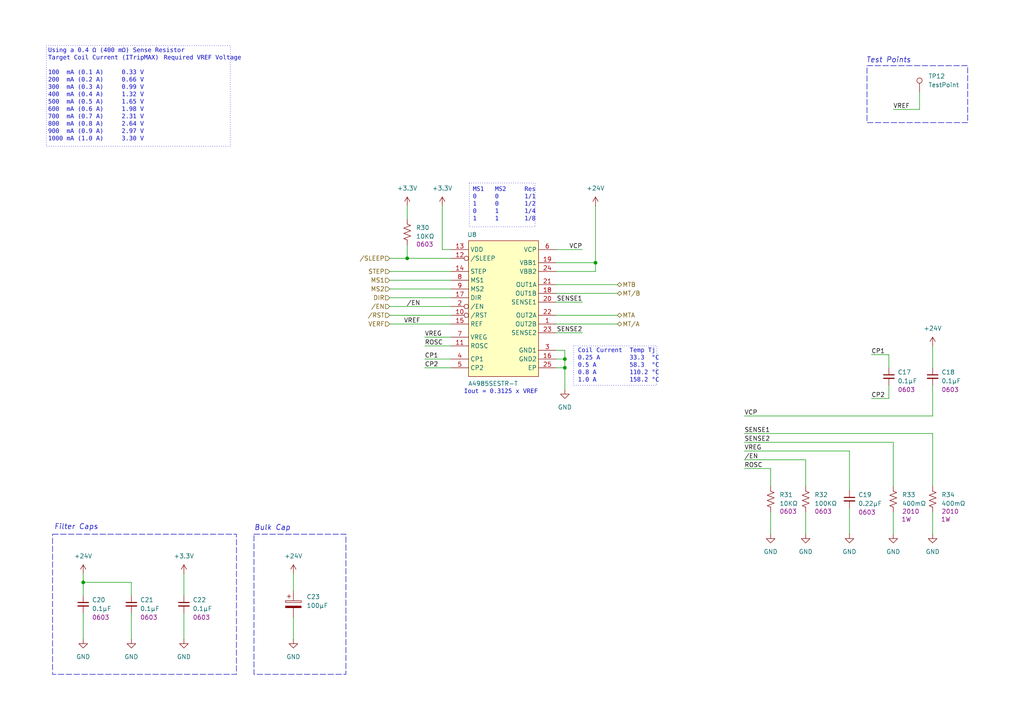
<source format=kicad_sch>
(kicad_sch (version 20250114) (generator "eeschema") (generator_version "9.0")
  (paper "A4")
  (title_block (title "Lark Print Engine") (date "2025-10-08") (rev "01.00.01") (comment 1 "Thermal Print Engine") (comment 2 "Designer: HamSlices") (comment 3 "The Lark Project"))
  (lib_symbols
    (symbol "Allegro MicroSystems:A4985SESTR-T"
      (property "Reference" "U" (at -9.652 21.59 0))
      (property "Value" "A4985SESTR-T" (at -3.302 -20.32 0))
      (symbol "A4985SESTR-T_1_1"
        (rectangle (start -10.16 20.32) (end 10.16 -19.05) (fill (type background)))
        (pin power_in line (at -15.24 17.78 0) (length 5.08) (name "VDD") (number "13"))
        (pin input inverted (at -15.24 15.24 0) (length 5.08) (name "/SLEEP") (number "12"))
        (pin input line (at -15.24 11.43 0) (length 5.08) (name "STEP") (number "14"))
        (pin input line (at -15.24 8.89 0) (length 5.08) (name "MS1") (number "8"))
        (pin input line (at -15.24 6.35 0) (length 5.08) (name "MS2") (number "9"))
        (pin input line (at -15.24 3.81 0) (length 5.08) (name "DIR") (number "17"))
        (pin input inverted (at -15.24 1.27 0) (length 5.08) (name "/EN") (number "2"))
        (pin input inverted (at -15.24 -1.27 0) (length 5.08) (name "/RST") (number "10"))
        (pin input line (at -15.24 -3.81 0) (length 5.08) (name "REF") (number "15"))
        (pin passive line (at -15.24 -7.62 0) (length 5.08) (name "VREG") (number "7"))
        (pin passive line (at -15.24 -10.16 0) (length 5.08) (name "ROSC") (number "11"))
        (pin passive line (at -15.24 -13.97 0) (length 5.08) (name "CP1") (number "4"))
        (pin passive line (at -15.24 -16.51 0) (length 5.08) (name "CP2") (number "5"))
        (pin passive line (at 15.24 17.78 180) (length 5.08) (name "VCP") (number "6"))
        (pin power_in line (at 15.24 13.97 180) (length 5.08) (name "VBB1") (number "19"))
        (pin power_in line (at 15.24 11.43 180) (length 5.08) (name "VBB2") (number "24"))
        (pin bidirectional line (at 15.24 7.62 180) (length 5.08) (name "OUT1A") (number "21"))
        (pin bidirectional line (at 15.24 5.08 180) (length 5.08) (name "OUT1B") (number "18"))
        (pin passive line (at 15.24 2.54 180) (length 5.08) (name "SENSE1") (number "20"))
        (pin bidirectional line (at 15.24 -1.27 180) (length 5.08) (name "OUT2A") (number "22"))
        (pin bidirectional line (at 15.24 -3.81 180) (length 5.08) (name "OUT2B") (number "1"))
        (pin passive line (at 15.24 -6.35 180) (length 5.08) (name "SENSE2") (number "23"))
        (pin power_in line (at 15.24 -11.43 180) (length 5.08) (name "GND1") (number "3"))
        (pin power_in line (at 15.24 -13.97 180) (length 5.08) (name "GND2") (number "16"))
        (pin power_in line (at 15.24 -16.51 180) (length 5.08) (name "EP") (number "25"))
      )
    )
    (symbol "Connector:TestPoint" (pin_numbers (hide yes)) (pin_names (offset 0.762) (hide yes))
      (property "Reference" "TP" (at 0 6.858 0))
      (property "Value" "TestPoint" (at 0 5.08 0))
      (symbol "TestPoint_0_1"
        (circle (center 0 3.302) (radius 0.762))
      )
      (symbol "TestPoint_1_1"
        (pin passive line (at 0 0 90) (length 2.54) (name "1") (number "1"))
      )
    )
    (symbol "Murata Electronics:Capacitor" (pin_numbers (hide yes)) (pin_names (offset 0.254) (hide yes))
      (property "Reference" "C" (at 0.254 1.778 0))
      (property "Value" "Capacitor" (at 0.254 -2.032 0))
      (symbol "Capacitor_0_1"
        (polyline (pts (xy -1.524 0.508) (xy 1.524 0.508)) (stroke (width 0.3048)))
        (polyline (pts (xy -1.524 -0.508) (xy 1.524 -0.508)) (stroke (width 0.3302)))
      )
      (symbol "Capacitor_1_1"
        (pin passive line (at 0 2.54 270) (length 2.032) (name "~") (number "1"))
        (pin passive line (at 0 -2.54 90) (length 2.032) (name "~") (number "2"))
      )
    )
    (symbol "Panasonic Electronic Components:ECA-1VM101" (pin_numbers (hide yes)) (pin_names (offset 0.254))
      (property "Reference" "C" (at 0.635 2.54 0))
      (property "Value" "100 µF" (at 0.635 -2.54 0))
      (symbol "ECA-1VM101_0_1"
        (rectangle (start -2.286 0.508) (end 2.286 1.016))
        (polyline (pts (xy -1.778 2.286) (xy -0.762 2.286)))
        (polyline (pts (xy -1.27 2.794) (xy -1.27 1.778)))
        (rectangle (start 2.286 -0.508) (end -2.286 -1.016) (fill (type outline)))
      )
      (symbol "ECA-1VM101_1_1"
        (pin passive line (at 0 3.81 270) (length 2.794) (name "~") (number "1"))
        (pin passive line (at 0 -3.81 90) (length 2.794) (name "~") (number "2"))
      )
    )
    (symbol "Stackpole:Resistor" (pin_numbers (hide yes)) (pin_names (offset 0))
      (property "Reference" "R" (at 2.54 0 90))
      (property "Value" "Resistor" (at -2.54 0 90))
      (symbol "Resistor_0_1"
        (polyline (pts (xy 0 2.286) (xy 0 2.54)))
        (polyline (pts (xy 0 2.286) (xy 1.016 1.905) (xy 0 1.524) (xy -1.016 1.143) (xy 0 0.762)))
        (polyline (pts (xy 0 0.762) (xy 1.016 0.381) (xy 0 0) (xy -1.016 -0.381) (xy 0 -0.762)))
        (polyline (pts (xy 0 -0.762) (xy 1.016 -1.143) (xy 0 -1.524) (xy -1.016 -1.905) (xy 0 -2.286)))
        (polyline (pts (xy 0 -2.286) (xy 0 -2.54)))
      )
      (symbol "Resistor_1_1"
        (pin passive line (at 0 3.81 270) (length 1.27) (name "~") (number "1"))
        (pin passive line (at 0 -3.81 90) (length 1.27) (name "~") (number "2"))
      )
    )
    (symbol "power:+24V" (power) (pin_numbers (hide yes)) (pin_names (offset 0) (hide yes))
      (property "Value" "+24V" (at 0 3.556 0))
      (symbol "+24V_0_1"
        (polyline (pts (xy -0.762 1.27) (xy 0 2.54)))
        (polyline (pts (xy 0 2.54) (xy 0.762 1.27)))
        (polyline (pts (xy 0 0) (xy 0 2.54)))
      )
      (symbol "+24V_1_1"
        (pin power_in line (at 0 0 90) (length 0) (name "~") (number "1"))
      )
    )
    (symbol "power:+3.3V" (power) (pin_numbers (hide yes)) (pin_names (offset 0) (hide yes))
      (property "Value" "+3.3V" (at 0 3.556 0))
      (symbol "+3.3V_0_1"
        (polyline (pts (xy -0.762 1.27) (xy 0 2.54)))
        (polyline (pts (xy 0 2.54) (xy 0.762 1.27)))
        (polyline (pts (xy 0 0) (xy 0 2.54)))
      )
      (symbol "+3.3V_1_1"
        (pin power_in line (at 0 0 90) (length 0) (name "~") (number "1"))
      )
    )
    (symbol "power:GND" (power) (pin_numbers (hide yes)) (pin_names (offset 0) (hide yes))
      (property "Value" "GND" (at 0 -3.81 0))
      (symbol "GND_0_1"
        (polyline (pts (xy 0 0) (xy 0 -1.27) (xy 1.27 -1.27) (xy 0 -2.54) (xy -1.27 -1.27) (xy 0 -1.27)))
      )
      (symbol "GND_1_1"
        (pin power_in line (at 0 0 270) (length 0) (name "~") (number "1"))
      )
    )
  )
  (rectangle (start 73.66 154.94) (end 100.33 195.58) (stroke (width 0) (type dash)))
  (rectangle (start 251.46 19.05) (end 280.67 35.56) (stroke (width 0) (type dash)))
  (rectangle (start 166.37 100.33) (end 190.5 111.76) (stroke (width 0) (type dot)))
  (rectangle (start 136.144 53.086) (end 155.194 65.786) (stroke (width 0) (type dot)))
  (rectangle (start 15.24 154.94) (end 68.58 195.58) (stroke (width 0) (type dash)))
  (rectangle (start 13.462 13.208) (end 66.802 42.418) (stroke (width 0) (type dot)))
  (text "MS1   MS2     Res\n0     0       1/1\n1     0       1/2\n0     1       1/4\n1     1       1/8" (at 137.16 59.69 0) (effects (font (size 1.27 1.27)) (justify left)))
  (text "Filter Caps" (at 22.098 152.908 0) (effects (font (size 1.524 1.524) (italic yes))))
  (text "Bulk Cap" (at 78.994 153.162 0) (effects (font (size 1.524 1.524) (italic yes))))
  (text "Coil Current  Temp Tj\n0.25 A        33.3  °C\n0.5 A         58.3  °C\n0.8 A         110.2 °C\n1.0 A         158.2 °C" (at 167.64 106.426 0) (effects (font (size 1.27 1.27)) (justify left)))
  (text "Test Points" (at 251.206 17.526 0) (effects (font (size 1.524 1.524) (italic yes)) (justify left)))
  (text "Iout = 0.3125 x VREF" (at 145.288 114.046 0) (effects (font (size 1.27 1.27))))
  (text "Using a 0.4 Ω (400 mΩ) Sense Resistor\nTarget Coil Current (ITripMAX)	Required VREF Voltage\n\n100  mA (0.1 A)		0.33 V\n200  mA (0.2 A)		0.66 V\n300  mA (0.3 A)		0.99 V\n400  mA (0.4 A)		1.32 V\n500  mA (0.5 A)		1.65 V\n600  mA (0.6 A)		1.98 V\n700  mA (0.7 A)		2.31 V\n800  mA (0.8 A)		2.64 V\n900  mA (0.9 A)		2.97 V\n1000 mA (1.0 A)		3.30 V\n" (at 13.97 27.94 0) (effects (font (size 1.27 1.27)) (justify left)))
  (junction (at 172.72 76.2))
  (junction (at 118.11 74.93))
  (junction (at 163.83 104.14))
  (junction (at 24.13 168.91))
  (junction (at 163.83 106.68))
  (wire (pts (xy 270.51 148.59) (xy 270.51 154.94)))
  (wire (pts (xy 24.13 166.37) (xy 24.13 168.91)))
  (wire (pts (xy 163.83 106.68) (xy 163.83 113.03)))
  (wire (pts (xy 252.73 115.57) (xy 257.81 115.57)))
  (wire (pts (xy 161.29 85.09) (xy 179.07 85.09)))
  (wire (pts (xy 163.83 101.6) (xy 163.83 104.14)))
  (wire (pts (xy 123.19 97.79) (xy 130.81 97.79)))
  (wire (pts (xy 113.03 78.74) (xy 130.81 78.74)))
  (wire (pts (xy 161.29 96.52) (xy 168.91 96.52)))
  (wire (pts (xy 85.09 179.07) (xy 85.09 185.42)))
  (wire (pts (xy 161.29 106.68) (xy 163.83 106.68)))
  (wire (pts (xy 246.38 147.32) (xy 246.38 154.94)))
  (wire (pts (xy 24.13 168.91) (xy 24.13 172.72)))
  (wire (pts (xy 172.72 59.69) (xy 172.72 76.2)))
  (wire (pts (xy 257.81 115.57) (xy 257.81 111.76)))
  (wire (pts (xy 161.29 82.55) (xy 179.07 82.55)))
  (wire (pts (xy 53.34 177.8) (xy 53.34 185.42)))
  (wire (pts (xy 161.29 104.14) (xy 163.83 104.14)))
  (wire (pts (xy 123.19 100.33) (xy 130.81 100.33)))
  (wire (pts (xy 113.03 74.93) (xy 118.11 74.93)))
  (wire (pts (xy 259.08 140.97) (xy 259.08 128.27)))
  (wire (pts (xy 161.29 93.98) (xy 179.07 93.98)))
  (wire (pts (xy 223.52 140.97) (xy 223.52 135.89)))
  (wire (pts (xy 113.03 88.9) (xy 130.81 88.9)))
  (wire (pts (xy 270.51 140.97) (xy 270.51 125.73)))
  (wire (pts (xy 161.29 78.74) (xy 172.72 78.74)))
  (wire (pts (xy 215.9 128.27) (xy 259.08 128.27)))
  (wire (pts (xy 172.72 78.74) (xy 172.72 76.2)))
  (wire (pts (xy 215.9 130.81) (xy 246.38 130.81)))
  (wire (pts (xy 161.29 101.6) (xy 163.83 101.6)))
  (wire (pts (xy 113.03 93.98) (xy 130.81 93.98)))
  (wire (pts (xy 118.11 59.69) (xy 118.11 63.5)))
  (wire (pts (xy 113.03 81.28) (xy 130.81 81.28)))
  (wire (pts (xy 38.1 177.8) (xy 38.1 185.42)))
  (wire (pts (xy 85.09 166.37) (xy 85.09 171.45)))
  (wire (pts (xy 252.73 102.87) (xy 257.81 102.87)))
  (wire (pts (xy 113.03 91.44) (xy 130.81 91.44)))
  (wire (pts (xy 266.7 26.67) (xy 266.7 31.75)))
  (wire (pts (xy 24.13 168.91) (xy 38.1 168.91)))
  (wire (pts (xy 215.9 125.73) (xy 270.51 125.73)))
  (wire (pts (xy 38.1 172.72) (xy 38.1 168.91)))
  (wire (pts (xy 259.08 148.59) (xy 259.08 154.94)))
  (wire (pts (xy 215.9 133.35) (xy 233.68 133.35)))
  (wire (pts (xy 215.9 120.65) (xy 270.51 120.65)))
  (wire (pts (xy 257.81 102.87) (xy 257.81 106.68)))
  (wire (pts (xy 128.27 59.69) (xy 128.27 72.39)))
  (wire (pts (xy 113.03 83.82) (xy 130.81 83.82)))
  (wire (pts (xy 123.19 106.68) (xy 130.81 106.68)))
  (wire (pts (xy 233.68 140.97) (xy 233.68 133.35)))
  (wire (pts (xy 118.11 74.93) (xy 130.81 74.93)))
  (wire (pts (xy 161.29 87.63) (xy 168.91 87.63)))
  (wire (pts (xy 128.27 72.39) (xy 130.81 72.39)))
  (wire (pts (xy 246.38 142.24) (xy 246.38 130.81)))
  (wire (pts (xy 113.03 86.36) (xy 130.81 86.36)))
  (wire (pts (xy 215.9 135.89) (xy 223.52 135.89)))
  (wire (pts (xy 123.19 104.14) (xy 130.81 104.14)))
  (wire (pts (xy 163.83 104.14) (xy 163.83 106.68)))
  (wire (pts (xy 223.52 148.59) (xy 223.52 154.94)))
  (wire (pts (xy 259.08 31.75) (xy 266.7 31.75)))
  (wire (pts (xy 161.29 72.39) (xy 168.91 72.39)))
  (wire (pts (xy 53.34 166.37) (xy 53.34 172.72)))
  (wire (pts (xy 270.51 100.33) (xy 270.51 106.68)))
  (wire (pts (xy 161.29 76.2) (xy 172.72 76.2)))
  (wire (pts (xy 161.29 91.44) (xy 179.07 91.44)))
  (wire (pts (xy 24.13 177.8) (xy 24.13 185.42)))
  (wire (pts (xy 270.51 111.76) (xy 270.51 120.65)))
  (wire (pts (xy 118.11 71.12) (xy 118.11 74.93)))
  (wire (pts (xy 233.68 148.59) (xy 233.68 154.94)))
  (label "VREG" (at 123.19 97.79 0))
  (label "CP1" (at 252.73 102.87 0))
  (label "SENSE2" (at 215.9 128.27 0))
  (label "{slash}EN" (at 215.9 133.35 0))
  (label "SENSE1" (at 168.91 87.63 180))
  (label "VCP" (at 215.9 120.65 0))
  (label "CP2" (at 123.19 106.68 0))
  (label "CP2" (at 252.73 115.57 0))
  (label "VREG" (at 215.9 130.81 0))
  (label "SENSE1" (at 215.9 125.73 0))
  (label "VREF" (at 259.08 31.75 0))
  (label "ROSC" (at 123.19 100.33 0))
  (label "SENSE2" (at 168.91 96.52 180))
  (label "CP1" (at 123.19 104.14 0))
  (label "VREF" (at 121.92 93.98 180))
  (label "ROSC" (at 215.9 135.89 0))
  (label "VCP" (at 168.91 72.39 180))
  (label "{slash}EN" (at 121.92 88.9 180))
  (hierarchical_label "MTB" (shape bidirectional) (at 179.07 82.55 0))
  (hierarchical_label "STEP" (shape input) (at 113.03 78.74 180))
  (hierarchical_label "MTA" (shape bidirectional) (at 179.07 91.44 0))
  (hierarchical_label "{slash}SLEEP" (shape input) (at 113.03 74.93 180))
  (hierarchical_label "DIR" (shape input) (at 113.03 86.36 180))
  (hierarchical_label "{slash}RST" (shape input) (at 113.03 91.44 180))
  (hierarchical_label "MT{slash}B" (shape bidirectional) (at 179.07 85.09 0))
  (hierarchical_label "MT{slash}A" (shape bidirectional) (at 179.07 93.98 0))
  (hierarchical_label "MS1" (shape input) (at 113.03 81.28 180))
  (hierarchical_label "{slash}EN" (shape input) (at 113.03 88.9 180))
  (hierarchical_label "VERF" (shape input) (at 113.03 93.98 180))
  (hierarchical_label "MS2" (shape input) (at 113.03 83.82 180))
  (symbol (lib_id "Murata Electronics:Capacitor") (at 246.38 144.78 0) (unit 1)
    (property "Reference" "C19" (at 248.92 143.5162 0) (effects (justify left)))
    (property "Value" "0.22µF" (at 248.92 146.0562 0) (effects (justify left)))
    (property "Footprint" "Murata Electronics:C_0603" (effects (hide yes)))
    (property "Description" "Unpolarized capacitor, small symbol" (effects (hide yes)))
    (property "Case" "0603" (at 251.46 148.59 0))
    (property "MPN" "GRM188R71H224KAC4D" (effects (hide yes)))
  )
  (symbol (lib_id "power:+24V") (at 172.72 59.69 0) (unit 1)
    (property "Reference" "#PWR077" (effects (hide yes)))
    (property "Value" "+24V" (at 172.72 54.61 0))
    (property "Description" "Power symbol creates a global label with name \"+24V\"" (effects (hide yes)))
  )
  (symbol (lib_id "Stackpole:Resistor") (at 118.11 67.31 0) (unit 1)
    (property "Reference" "R30" (at 120.65 66.0399 0) (effects (justify left)))
    (property "Value" "10KΩ" (at 120.65 68.5799 0) (effects (justify left)))
    (property "Footprint" "Stackpole:R_0603" (effects (hide yes)))
    (property "Description" "Resistor, US symbol" (effects (hide yes)))
    (property "Power" "1/10W" (effects (hide yes)))
    (property "Case" "0603" (at 123.19 70.866 0))
    (property "MPN" "RMCF0603FG10K0" (effects (hide yes)))
  )
  (symbol (lib_id "power:+3.3V") (at 128.27 59.69 0) (unit 1)
    (property "Reference" "#PWR076" (effects (hide yes)))
    (property "Value" "+3.3V" (at 128.27 54.61 0))
    (property "Description" "Power symbol creates a global label with name \"+3.3V\"" (effects (hide yes)))
  )
  (symbol (lib_id "Panasonic Electronic Components:ECA-1VM101") (at 85.09 175.26 0) (unit 1)
    (property "Reference" "C23" (at 88.9 173.1009 0) (effects (justify left)))
    (property "Value" "100µF" (at 88.9 175.6409 0) (effects (justify left)))
    (property "Footprint" "Panasonic Electronic Components:ECA-1VM101" (effects (hide yes)))
    (property "Datasheet" "https://mm.digikey.com/Volume0/opasdata/d220001/medias/docus/2452/ECA-xxM%20Series%2CTypeA.pdf" (effects (hide yes)))
    (property "Description" "100 µF 35 V Aluminum Electrolytic Capacitors Radial, Can 2000 Hrs @ 85°C" (effects (hide yes)))
    (property "MPN" "ECA-1VM101" (effects (hide yes)))
  )
  (symbol (lib_id "power:GND") (at 259.08 154.94 0) (unit 1)
    (property "Reference" "#PWR083" (effects (hide yes)))
    (property "Value" "GND" (at 259.08 160.02 0))
    (property "Description" "Power symbol creates a global label with name \"GND\" , ground" (effects (hide yes)))
  )
  (symbol (lib_id "power:+24V") (at 24.13 166.37 0) (unit 1)
    (property "Reference" "#PWR085" (effects (hide yes)))
    (property "Value" "+24V" (at 24.13 161.29 0))
    (property "Description" "Power symbol creates a global label with name \"+24V\"" (effects (hide yes)))
  )
  (symbol (lib_id "Connector:TestPoint") (at 266.7 26.67 0) (unit 1)
    (property "Reference" "TP12" (at 269.24 22.0979 0) (effects (justify left)))
    (property "Value" "TestPoint" (at 269.24 24.6379 0) (effects (justify left)))
    (property "Footprint" "TestPoint:TestPoint_Pad_D1.0mm" (effects (hide yes)))
    (property "Description" "test point" (effects (hide yes)))
  )
  (symbol (lib_id "Stackpole:Resistor") (at 259.08 144.78 0) (unit 1)
    (property "Reference" "R33" (at 261.62 143.5099 0) (effects (justify left)))
    (property "Value" "400mΩ" (at 261.62 146.0499 0) (effects (justify left)))
    (property "Footprint" "Stackpole:R_2010" (effects (hide yes)))
    (property "Description" "Resistor, US symbol" (effects (hide yes)))
    (property "Power" "1W" (at 262.89 150.622 0))
    (property "Case" "2010" (at 264.16 148.336 0))
    (property "MPN" "CSRN2010FKR400" (effects (hide yes)))
  )
  (symbol (lib_id "power:GND") (at 85.09 185.42 0) (unit 1)
    (property "Reference" "#PWR091" (effects (hide yes)))
    (property "Value" "GND" (at 85.09 190.5 0))
    (property "Description" "Power symbol creates a global label with name \"GND\" , ground" (effects (hide yes)))
  )
  (symbol (lib_id "power:+3.3V") (at 53.34 166.37 0) (unit 1)
    (property "Reference" "#PWR086" (effects (hide yes)))
    (property "Value" "+3.3V" (at 53.34 161.29 0))
    (property "Description" "Power symbol creates a global label with name \"+3.3V\"" (effects (hide yes)))
  )
  (symbol (lib_id "power:+24V") (at 270.51 100.33 0) (unit 1)
    (property "Reference" "#PWR078" (effects (hide yes)))
    (property "Value" "+24V" (at 270.51 95.25 0))
    (property "Description" "Power symbol creates a global label with name \"+24V\"" (effects (hide yes)))
  )
  (symbol (lib_id "power:GND") (at 53.34 185.42 0) (unit 1)
    (property "Reference" "#PWR090" (effects (hide yes)))
    (property "Value" "GND" (at 53.34 190.5 0))
    (property "Description" "Power symbol creates a global label with name \"GND\" , ground" (effects (hide yes)))
  )
  (symbol (lib_id "Murata Electronics:Capacitor") (at 24.13 175.26 0) (unit 1)
    (property "Reference" "C20" (at 26.67 173.9962 0) (effects (justify left)))
    (property "Value" "0.1µF" (at 26.67 176.5362 0) (effects (justify left)))
    (property "Footprint" "Murata Electronics:C_0603" (effects (hide yes)))
    (property "Description" "Unpolarized capacitor, small symbol" (effects (hide yes)))
    (property "Case" "0603" (at 29.21 179.07 0))
    (property "MPN" "GRM188R72A104MA35J" (effects (hide yes)))
  )
  (symbol (lib_id "power:+24V") (at 85.09 166.37 0) (unit 1)
    (property "Reference" "#PWR087" (effects (hide yes)))
    (property "Value" "+24V" (at 85.09 161.29 0))
    (property "Description" "Power symbol creates a global label with name \"+24V\"" (effects (hide yes)))
  )
  (symbol (lib_id "power:GND") (at 38.1 185.42 0) (unit 1)
    (property "Reference" "#PWR089" (effects (hide yes)))
    (property "Value" "GND" (at 38.1 190.5 0))
    (property "Description" "Power symbol creates a global label with name \"GND\" , ground" (effects (hide yes)))
  )
  (symbol (lib_id "power:GND") (at 24.13 185.42 0) (unit 1)
    (property "Reference" "#PWR088" (effects (hide yes)))
    (property "Value" "GND" (at 24.13 190.5 0))
    (property "Description" "Power symbol creates a global label with name \"GND\" , ground" (effects (hide yes)))
  )
  (symbol (lib_id "power:GND") (at 163.83 113.03 0) (unit 1)
    (property "Reference" "#PWR079" (effects (hide yes)))
    (property "Value" "GND" (at 163.83 118.11 0))
    (property "Description" "Power symbol creates a global label with name \"GND\" , ground" (effects (hide yes)))
  )
  (symbol (lib_id "Murata Electronics:Capacitor") (at 270.51 109.22 0) (unit 1)
    (property "Reference" "C18" (at 273.05 107.9562 0) (effects (justify left)))
    (property "Value" "0.1µF" (at 273.05 110.4962 0) (effects (justify left)))
    (property "Footprint" "Murata Electronics:C_0603" (effects (hide yes)))
    (property "Description" "Unpolarized capacitor, small symbol" (effects (hide yes)))
    (property "Case" "0603" (at 275.59 113.03 0))
    (property "MPN" "GRM188R72A104MA35J" (effects (hide yes)))
  )
  (symbol (lib_id "Allegro MicroSystems:A4985SESTR-T") (at 146.05 90.17 0) (unit 1)
    (property "Reference" "U8" (at 136.906 68.072 0))
    (property "Value" "A4985SESTR-T" (at 143.002 111.252 0))
    (property "Footprint" "Allegro MicroSystems:QFN-24-1EP_4x4mm_P0.5mm_EP2.75x2.75mm_ThermalVias" (effects (hide yes)))
    (property "Datasheet" "https://www.allegromicro.com/~/media/Files/Datasheets/A4985-Datasheet.ashx" (effects (hide yes)))
    (property "Description" "Bipolar Motor Driver DMOS Logic 24-QFN (4x4)" (effects (hide yes)))
    (property "MPN" "A4985SESTR-T" (effects (hide yes)))
  )
  (symbol (lib_id "power:GND") (at 270.51 154.94 0) (unit 1)
    (property "Reference" "#PWR084" (effects (hide yes)))
    (property "Value" "GND" (at 270.51 160.02 0))
    (property "Description" "Power symbol creates a global label with name \"GND\" , ground" (effects (hide yes)))
  )
  (symbol (lib_id "power:+3.3V") (at 118.11 59.69 0) (unit 1)
    (property "Reference" "#PWR075" (effects (hide yes)))
    (property "Value" "+3.3V" (at 118.11 54.61 0))
    (property "Description" "Power symbol creates a global label with name \"+3.3V\"" (effects (hide yes)))
  )
  (symbol (lib_id "Stackpole:Resistor") (at 233.68 144.78 0) (unit 1)
    (property "Reference" "R32" (at 236.22 143.5099 0) (effects (justify left)))
    (property "Value" "100KΩ" (at 236.22 146.0499 0) (effects (justify left)))
    (property "Footprint" "Stackpole:R_0603" (effects (hide yes)))
    (property "Description" "Resistor, US symbol" (effects (hide yes)))
    (property "Power" "1/10W" (effects (hide yes)))
    (property "Case" "0603" (at 238.76 148.336 0))
    (property "MPN" "RMCF0603FG100K" (effects (hide yes)))
  )
  (symbol (lib_id "power:GND") (at 233.68 154.94 0) (unit 1)
    (property "Reference" "#PWR081" (effects (hide yes)))
    (property "Value" "GND" (at 233.68 160.02 0))
    (property "Description" "Power symbol creates a global label with name \"GND\" , ground" (effects (hide yes)))
  )
  (symbol (lib_id "power:GND") (at 223.52 154.94 0) (unit 1)
    (property "Reference" "#PWR080" (effects (hide yes)))
    (property "Value" "GND" (at 223.52 160.02 0))
    (property "Description" "Power symbol creates a global label with name \"GND\" , ground" (effects (hide yes)))
  )
  (symbol (lib_id "power:GND") (at 246.38 154.94 0) (unit 1)
    (property "Reference" "#PWR082" (effects (hide yes)))
    (property "Value" "GND" (at 246.38 160.02 0))
    (property "Description" "Power symbol creates a global label with name \"GND\" , ground" (effects (hide yes)))
  )
  (symbol (lib_id "Stackpole:Resistor") (at 270.51 144.78 0) (unit 1)
    (property "Reference" "R34" (at 273.05 143.5099 0) (effects (justify left)))
    (property "Value" "400mΩ" (at 273.05 146.0499 0) (effects (justify left)))
    (property "Footprint" "Stackpole:R_2010" (effects (hide yes)))
    (property "Description" "Resistor, US symbol" (effects (hide yes)))
    (property "Power" "1W" (at 274.32 150.622 0))
    (property "Case" "2010" (at 275.59 148.336 0))
    (property "MPN" "CSRN2010FKR400" (effects (hide yes)))
  )
  (symbol (lib_id "Murata Electronics:Capacitor") (at 257.81 109.22 0) (unit 1)
    (property "Reference" "C17" (at 260.35 107.9562 0) (effects (justify left)))
    (property "Value" "0.1µF" (at 260.35 110.4962 0) (effects (justify left)))
    (property "Footprint" "Murata Electronics:C_0603" (effects (hide yes)))
    (property "Description" "Unpolarized capacitor, small symbol" (effects (hide yes)))
    (property "Case" "0603" (at 262.89 113.03 0))
    (property "MPN" "GRM188R72A104MA35J" (effects (hide yes)))
  )
  (symbol (lib_id "Stackpole:Resistor") (at 223.52 144.78 0) (unit 1)
    (property "Reference" "R31" (at 226.06 143.5099 0) (effects (justify left)))
    (property "Value" "10KΩ" (at 226.06 146.0499 0) (effects (justify left)))
    (property "Footprint" "Stackpole:R_0603" (effects (hide yes)))
    (property "Description" "Resistor, US symbol" (effects (hide yes)))
    (property "Power" "1/10W" (effects (hide yes)))
    (property "Case" "0603" (at 228.6 148.336 0))
    (property "MPN" "RMCF0603FG10K0" (effects (hide yes)))
  )
  (symbol (lib_id "Murata Electronics:Capacitor") (at 38.1 175.26 0) (unit 1)
    (property "Reference" "C21" (at 40.64 173.9962 0) (effects (justify left)))
    (property "Value" "0.1µF" (at 40.64 176.5362 0) (effects (justify left)))
    (property "Footprint" "Murata Electronics:C_0603" (effects (hide yes)))
    (property "Description" "Unpolarized capacitor, small symbol" (effects (hide yes)))
    (property "Case" "0603" (at 43.18 179.07 0))
    (property "MPN" "GRM188R72A104MA35J" (effects (hide yes)))
  )
  (symbol (lib_id "Murata Electronics:Capacitor") (at 53.34 175.26 0) (unit 1)
    (property "Reference" "C22" (at 55.88 173.9962 0) (effects (justify left)))
    (property "Value" "0.1µF" (at 55.88 176.5362 0) (effects (justify left)))
    (property "Footprint" "Murata Electronics:C_0603" (effects (hide yes)))
    (property "Description" "Unpolarized capacitor, small symbol" (effects (hide yes)))
    (property "Case" "0603" (at 58.42 179.07 0))
    (property "MPN" "GRM188R72A104MA35J" (effects (hide yes)))
  )
)
</source>
